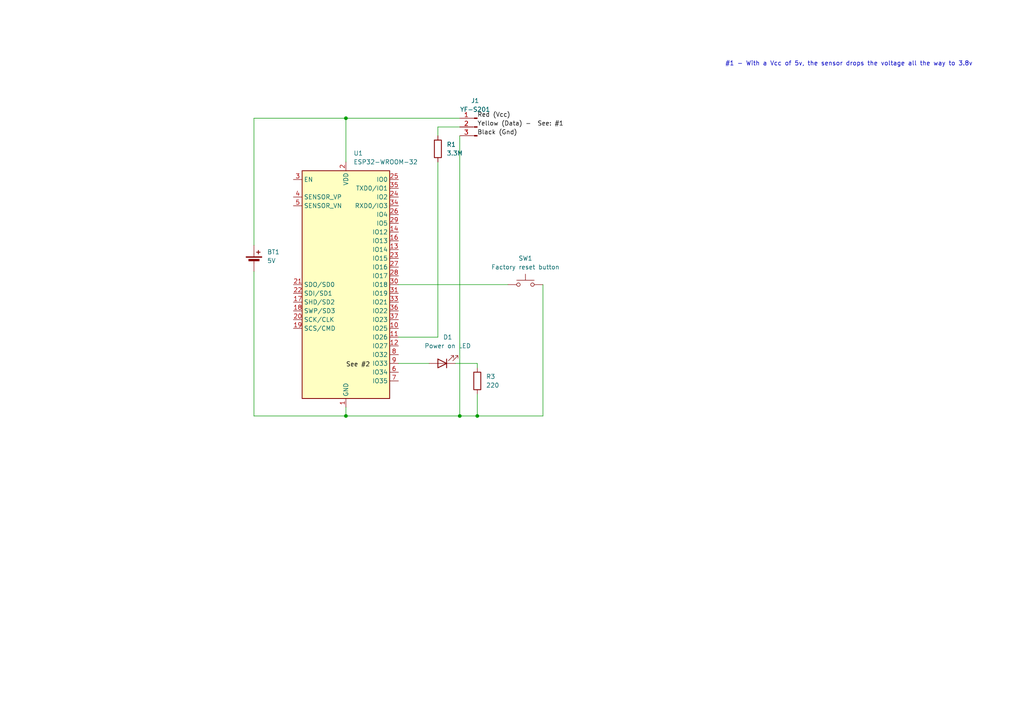
<source format=kicad_sch>
(kicad_sch (version 20231120) (generator "eeschema") (generator_version "8.0")
  (paper "A4")
  (title_block (title "Smart Fluid Flow Meter"))
  (lib_symbols
    (symbol "Connector:Conn_01x03_Pin" (pin_names (offset 1.016) hide)
      (property "Reference" "J" (at 0 5.08 0))
      (property "Value" "Conn_01x03_Pin" (at 0 -5.08 0))
      (symbol "Conn_01x03_Pin_1_1"
        (polyline (pts (xy 1.27 -2.54) (xy 0.8636 -2.54)) (stroke (width 0.1524)))
        (polyline (pts (xy 1.27 0) (xy 0.8636 0)) (stroke (width 0.1524)))
        (polyline (pts (xy 1.27 2.54) (xy 0.8636 2.54)) (stroke (width 0.1524)))
        (rectangle (start 0.8636 -2.413) (end 0 -2.667) (stroke (width 0.1524)) (fill (type outline)))
        (rectangle (start 0.8636 0.127) (end 0 -0.127) (stroke (width 0.1524)) (fill (type outline)))
        (rectangle (start 0.8636 2.667) (end 0 2.413) (stroke (width 0.1524)) (fill (type outline)))
        (pin passive line (at 5.08 2.54 180) (length 3.81) (name "Pin_1") (number "1"))
        (pin passive line (at 5.08 0 180) (length 3.81) (name "Pin_2") (number "2"))
        (pin passive line (at 5.08 -2.54 180) (length 3.81) (name "Pin_3") (number "3"))
      )
    )
    (symbol "Device:Battery_Cell" (pin_numbers hide) (pin_names (offset 0) hide)
      (property "Reference" "BT" (at 2.54 2.54 0))
      (property "Value" "Battery_Cell" (at 2.54 0 0))
      (symbol "Battery_Cell_0_1"
        (rectangle (start -2.286 1.778) (end 2.286 1.524) (fill (type outline)))
        (rectangle (start -1.524 1.016) (end 1.524 0.508) (fill (type outline)))
        (polyline (pts (xy 0 0.762) (xy 0 0)))
        (polyline (pts (xy 0 1.778) (xy 0 2.54)))
        (polyline (pts (xy 0.762 3.048) (xy 1.778 3.048)) (stroke (width 0.254)))
        (polyline (pts (xy 1.27 3.556) (xy 1.27 2.54)) (stroke (width 0.254)))
      )
      (symbol "Battery_Cell_1_1"
        (pin passive line (at 0 5.08 270) (length 2.54) (name "+") (number "1"))
        (pin passive line (at 0 -2.54 90) (length 2.54) (name "-") (number "2"))
      )
    )
    (symbol "Device:LED" (pin_numbers hide) (pin_names (offset 1.016) hide)
      (property "Reference" "D" (at 0 2.54 0))
      (property "Value" "LED" (at 0 -2.54 0))
      (symbol "LED_0_1"
        (polyline (pts (xy -1.27 -1.27) (xy -1.27 1.27)) (stroke (width 0.254)))
        (polyline (pts (xy -1.27 0) (xy 1.27 0)))
        (polyline (pts (xy 1.27 -1.27) (xy 1.27 1.27) (xy -1.27 0) (xy 1.27 -1.27)) (stroke (width 0.254)))
        (polyline (pts (xy -3.048 -0.762) (xy -4.572 -2.286) (xy -3.81 -2.286) (xy -4.572 -2.286) (xy -4.572 -1.524)))
        (polyline (pts (xy -1.778 -0.762) (xy -3.302 -2.286) (xy -2.54 -2.286) (xy -3.302 -2.286) (xy -3.302 -1.524)))
      )
      (symbol "LED_1_1"
        (pin passive line (at -3.81 0 0) (length 2.54) (name "K") (number "1"))
        (pin passive line (at 3.81 0 180) (length 2.54) (name "A") (number "2"))
      )
    )
    (symbol "Device:R" (pin_numbers hide) (pin_names (offset 0))
      (property "Reference" "R" (at 2.032 0 90))
      (property "Value" "R" (at 0 0 90))
      (symbol "R_0_1"
        (rectangle (start -1.016 -2.54) (end 1.016 2.54) (stroke (width 0.254)))
      )
      (symbol "R_1_1"
        (pin passive line (at 0 3.81 270) (length 1.27) (name "~") (number "1"))
        (pin passive line (at 0 -3.81 90) (length 1.27) (name "~") (number "2"))
      )
    )
    (symbol "RF_Module:ESP32-WROOM-32"
      (property "Reference" "U" (at -12.7 34.29 0))
      (property "Value" "ESP32-WROOM-32" (at 1.27 34.29 0))
      (symbol "ESP32-WROOM-32_0_1"
        (rectangle (start -12.7 33.02) (end 12.7 -33.02) (stroke (width 0.254)) (fill (type background)))
      )
      (symbol "ESP32-WROOM-32_1_1"
        (pin power_in line (at 0 -35.56 90) (length 2.54) (name "GND") (number "1"))
        (pin bidirectional line (at 15.24 -12.7 180) (length 2.54) (name "IO25") (number "10"))
        (pin bidirectional line (at 15.24 -15.24 180) (length 2.54) (name "IO26") (number "11"))
        (pin bidirectional line (at 15.24 -17.78 180) (length 2.54) (name "IO27") (number "12"))
        (pin bidirectional line (at 15.24 10.16 180) (length 2.54) (name "IO14") (number "13"))
        (pin bidirectional line (at 15.24 15.24 180) (length 2.54) (name "IO12") (number "14"))
        (pin passive line (at 0 -35.56 90) (length 2.54) hide (name "GND") (number "15"))
        (pin bidirectional line (at 15.24 12.7 180) (length 2.54) (name "IO13") (number "16"))
        (pin bidirectional line (at -15.24 -5.08 0) (length 2.54) (name "SHD/SD2") (number "17"))
        (pin bidirectional line (at -15.24 -7.62 0) (length 2.54) (name "SWP/SD3") (number "18"))
        (pin bidirectional line (at -15.24 -12.7 0) (length 2.54) (name "SCS/CMD") (number "19"))
        (pin power_in line (at 0 35.56 270) (length 2.54) (name "VDD") (number "2"))
        (pin bidirectional line (at -15.24 -10.16 0) (length 2.54) (name "SCK/CLK") (number "20"))
        (pin bidirectional line (at -15.24 0 0) (length 2.54) (name "SDO/SD0") (number "21"))
        (pin bidirectional line (at -15.24 -2.54 0) (length 2.54) (name "SDI/SD1") (number "22"))
        (pin bidirectional line (at 15.24 7.62 180) (length 2.54) (name "IO15") (number "23"))
        (pin bidirectional line (at 15.24 25.4 180) (length 2.54) (name "IO2") (number "24"))
        (pin bidirectional line (at 15.24 30.48 180) (length 2.54) (name "IO0") (number "25"))
        (pin bidirectional line (at 15.24 20.32 180) (length 2.54) (name "IO4") (number "26"))
        (pin bidirectional line (at 15.24 5.08 180) (length 2.54) (name "IO16") (number "27"))
        (pin bidirectional line (at 15.24 2.54 180) (length 2.54) (name "IO17") (number "28"))
        (pin bidirectional line (at 15.24 17.78 180) (length 2.54) (name "IO5") (number "29"))
        (pin input line (at -15.24 30.48 0) (length 2.54) (name "EN") (number "3"))
        (pin bidirectional line (at 15.24 0 180) (length 2.54) (name "IO18") (number "30"))
        (pin bidirectional line (at 15.24 -2.54 180) (length 2.54) (name "IO19") (number "31"))
        (pin no_connect line (at -12.7 -27.94 0) (length 2.54) hide (name "NC") (number "32"))
        (pin bidirectional line (at 15.24 -5.08 180) (length 2.54) (name "IO21") (number "33"))
        (pin bidirectional line (at 15.24 22.86 180) (length 2.54) (name "RXD0/IO3") (number "34"))
        (pin bidirectional line (at 15.24 27.94 180) (length 2.54) (name "TXD0/IO1") (number "35"))
        (pin bidirectional line (at 15.24 -7.62 180) (length 2.54) (name "IO22") (number "36"))
        (pin bidirectional line (at 15.24 -10.16 180) (length 2.54) (name "IO23") (number "37"))
        (pin passive line (at 0 -35.56 90) (length 2.54) hide (name "GND") (number "38"))
        (pin passive line (at 0 -35.56 90) (length 2.54) hide (name "GND") (number "39"))
        (pin input line (at -15.24 25.4 0) (length 2.54) (name "SENSOR_VP") (number "4"))
        (pin input line (at -15.24 22.86 0) (length 2.54) (name "SENSOR_VN") (number "5"))
        (pin input line (at 15.24 -25.4 180) (length 2.54) (name "IO34") (number "6"))
        (pin input line (at 15.24 -27.94 180) (length 2.54) (name "IO35") (number "7"))
        (pin bidirectional line (at 15.24 -20.32 180) (length 2.54) (name "IO32") (number "8"))
        (pin bidirectional line (at 15.24 -22.86 180) (length 2.54) (name "IO33") (number "9"))
      )
    )
    (symbol "Switch:SW_Push" (pin_numbers hide) (pin_names (offset 1.016) hide)
      (property "Reference" "SW" (at 1.27 2.54 0))
      (property "Value" "SW_Push" (at 0 -1.524 0))
      (symbol "SW_Push_0_1"
        (circle (center -2.032 0) (radius 0.508))
        (polyline (pts (xy 0 1.27) (xy 0 3.048)))
        (polyline (pts (xy 2.54 1.27) (xy -2.54 1.27)))
        (circle (center 2.032 0) (radius 0.508))
        (pin passive line (at -5.08 0 0) (length 2.54) (name "1") (number "1"))
        (pin passive line (at 5.08 0 180) (length 2.54) (name "2") (number "2"))
      )
    )
  )
  (junction (at 100.33 120.65))
  (junction (at 100.33 34.29))
  (junction (at 133.35 120.65))
  (junction (at 138.43 120.65))
  (wire (pts (xy 127 36.83) (xy 133.35 36.83)))
  (wire (pts (xy 100.33 118.11) (xy 100.33 120.65)))
  (wire (pts (xy 157.48 82.55) (xy 157.48 120.65)))
  (wire (pts (xy 73.66 34.29) (xy 100.33 34.29)))
  (wire (pts (xy 127 39.37) (xy 127 36.83)))
  (wire (pts (xy 133.35 120.65) (xy 100.33 120.65)))
  (wire (pts (xy 132.08 105.41) (xy 138.43 105.41)))
  (wire (pts (xy 73.66 34.29) (xy 73.66 71.12)))
  (wire (pts (xy 115.57 97.79) (xy 127 97.79)))
  (wire (pts (xy 138.43 120.65) (xy 133.35 120.65)))
  (wire (pts (xy 73.66 78.74) (xy 73.66 120.65)))
  (wire (pts (xy 147.32 82.55) (xy 115.57 82.55)))
  (wire (pts (xy 73.66 120.65) (xy 100.33 120.65)))
  (wire (pts (xy 115.57 105.41) (xy 124.46 105.41)))
  (wire (pts (xy 133.35 34.29) (xy 100.33 34.29)))
  (wire (pts (xy 133.35 39.37) (xy 133.35 120.65)))
  (wire (pts (xy 138.43 120.65) (xy 157.48 120.65)))
  (wire (pts (xy 127 46.99) (xy 127 97.79)))
  (wire (pts (xy 100.33 34.29) (xy 100.33 46.99)))
  (wire (pts (xy 138.43 105.41) (xy 138.43 106.68)))
  (wire (pts (xy 138.43 114.3) (xy 138.43 120.65)))
  (text "#1 - With a Vcc of 5v, the sensor drops the voltage all the way to 3.8v" (at 210.312 18.542 0) (effects (font (size 1.27 1.27)) (justify left)))
  (label "Red (Vcc)" (at 138.43 34.29 0))
  (label "Black (Gnd)" (at 138.43 39.37 0))
  (label "See #2" (at 100.33 106.68 0))
  (label "Yellow (Data) -  See: #1" (at 138.43 36.83 0))
  (symbol (lib_id "RF_Module:ESP32-WROOM-32") (at 100.33 82.55 0) (unit 1)
    (property "Reference" "U1" (at 102.5241 44.45 0) (effects (justify left)))
    (property "Value" "ESP32-WROOM-32" (at 102.5241 46.99 0) (effects (justify left)))
    (property "Footprint" "RF_Module:ESP32-WROOM-32" (effects (hide yes)))
    (property "Datasheet" "https://www.espressif.com/sites/default/files/documentation/esp32-wroom-32_datasheet_en.pdf" (effects (hide yes)))
    (property "Description" "RF Module, ESP32-D0WDQ6 SoC, Wi-Fi 802.11b/g/n, Bluetooth, BLE, 32-bit, 2.7-3.6V, onboard antenna, SMD" (effects (hide yes)))
  )
  (symbol (lib_id "Device:LED") (at 128.27 105.41 180) (unit 1)
    (property "Reference" "D1" (at 129.8575 97.79 0))
    (property "Value" "Power on LED" (at 129.8575 100.33 0))
    (property "Description" "Light emitting diode" (effects (hide yes)))
  )
  (symbol (lib_id "Switch:SW_Push") (at 152.4 82.55 0) (unit 1)
    (property "Reference" "SW1" (at 152.4 74.93 0))
    (property "Value" "Factory reset button" (at 152.4 77.47 0))
    (property "Description" "Push button switch, generic, two pins" (effects (hide yes)))
  )
  (symbol (lib_id "Device:R") (at 138.43 110.49 0) (unit 1)
    (property "Reference" "R3" (at 140.97 109.2199 0) (effects (justify left)))
    (property "Value" "220" (at 140.97 111.7599 0) (effects (justify left)))
    (property "Description" "Resistor" (effects (hide yes)))
  )
  (symbol (lib_id "Device:R") (at 127 43.18 0) (unit 1)
    (property "Reference" "R1" (at 129.54 41.9099 0) (effects (justify left)))
    (property "Value" "3.3M" (at 129.54 44.4499 0) (effects (justify left)))
    (property "Description" "Resistor" (effects (hide yes)))
  )
  (symbol (lib_id "Connector:Conn_01x03_Pin") (at 138.43 36.83 0) (mirror y) (unit 1)
    (property "Reference" "J1" (at 137.795 29.21 0))
    (property "Value" "YF-S201" (at 137.795 31.75 0))
    (property "Description" "Generic connector, single row, 01x03, script generated" (effects (hide yes)))
  )
  (symbol (lib_id "Device:Battery_Cell") (at 73.66 76.2 0) (unit 1)
    (property "Reference" "BT1" (at 77.47 73.0884 0) (effects (justify left)))
    (property "Value" "5V" (at 77.47 75.6284 0) (effects (justify left)))
    (property "Description" "Single-cell battery" (effects (hide yes)))
  )
)
</source>
